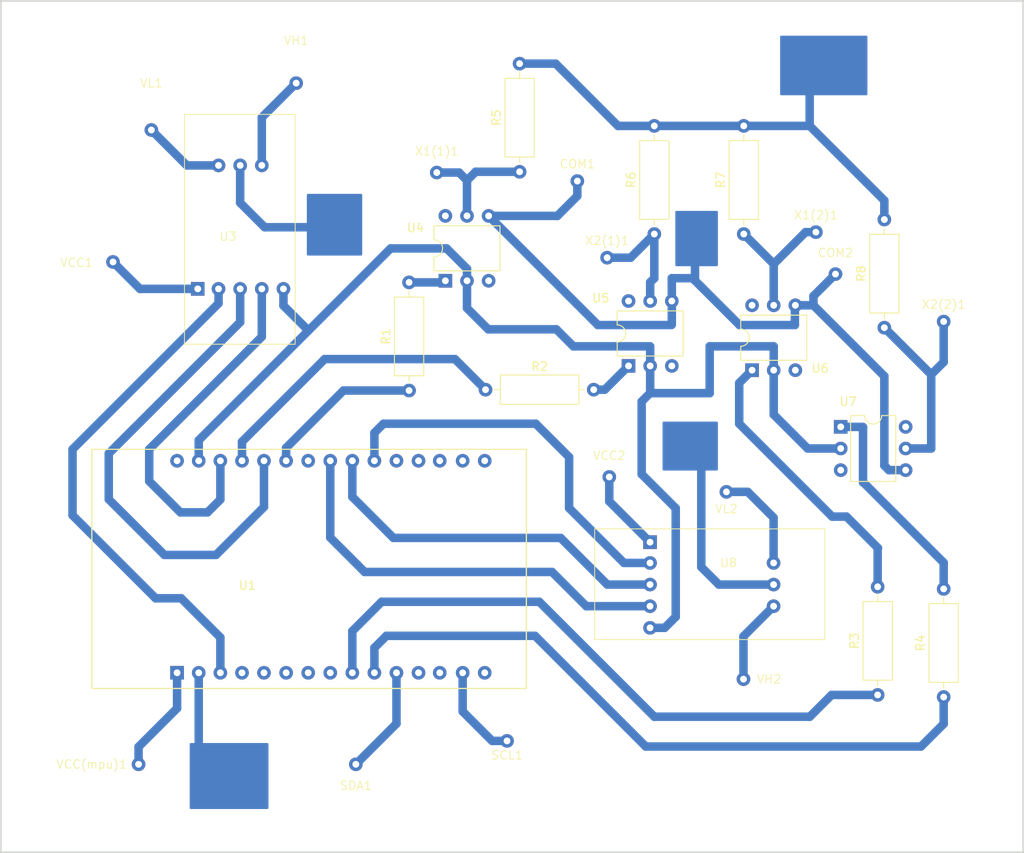
<source format=kicad_pcb>
(kicad_pcb (version 20240108) (generator "pcbnew") (generator_version "8.0")
  (layers (0 "F.Cu" signal) (31 "B.Cu" signal) (34 "B.Paste" user) (35 "F.Paste" user) (36 "B.SilkS" user "B.Silkscreen") (37 "F.SilkS" user "F.Silkscreen") (38 "B.Mask" user) (39 "F.Mask" user) (44 "Edge.Cuts" user))
  (net 0 "")
  (net 1 "Net-(U1-D27)")
  (net 2 "Net-(R1-Pad2)")
  (net 3 "Net-(U1-D12)")
  (net 4 "Net-(R2-Pad2)")
  (net 5 "Net-(R3-Pad2)")
  (net 6 "Net-(U1-D18)")
  (net 7 "Net-(R4-Pad2)")
  (net 8 "Net-(U1-D19)")
  (net 9 "Net-(U3-GND)")
  (net 16 "Net-(U1-D15)")
  (net 17 "Net-(U1-D25)")
  (net 18 "Net-(U1-D13)")
  (net 22 "Net-(U1-D33)")
  (net 24 "Net-(U1-D32)")
  (net 25 "Net-(U1-3V3)")
  (net 27 "Net-(U1-D14)")
  (net 40 "Net-(U3-VCC)")
  (net 41 "Net-(X1(1)1-X1_(1))")
  (net 42 "Net-(X2(1)1-X2_(1))")
  (net 43 "Net-(X1(2)1-X1_(2))")
  (net 44 "Net-(X2(2)1-X2_(2))")
  (net 45 "Net-(SCL1-SCL)")
  (net 46 "Net-(SDA1-SDA)")
  (net 47 "Net-(U3-VL{slash}RL)")
  (net 48 "Net-(U3-VH{slash}RH)")
  (net 49 "Net-(U8-VCC)")
  (net 50 "Net-(U8-VL{slash}RL)")
  (net 51 "Net-(U8-VH{slash}RH)")
  (net 52 "GND")
  (net 53 "+24V")
  (net 54 "GND3")
  (net 55 "GND1")
  (net 56 "GND2")
  (footprint "Resistor_THT:R_Axial_DIN0309_L9.0mm_D3.2mm_P12.70mm_Horizontal" (layer "F.Cu") (at 244.45 113.675 90)
    (property "Reference" "R4" (at 6.35 -2.72 90) (layer "F.SilkS"))
    (property "Value" "330")
    (fp_line (start 10.97 -1.72) (end 1.73 -1.72) (stroke (width 0.12)) (layer "F.SilkS"))
    (fp_line (start 1.73 -1.72) (end 1.73 1.72) (stroke (width 0.12)) (layer "F.SilkS"))
    (fp_line (start 11.66 0) (end 10.97 0) (stroke (width 0.12)) (layer "F.SilkS"))
    (fp_line (start 1.04 0) (end 1.73 0) (stroke (width 0.12)) (layer "F.SilkS"))
    (fp_line (start 10.97 1.72) (end 10.97 -1.72) (stroke (width 0.12)) (layer "F.SilkS"))
    (fp_line (start 1.73 1.72) (end 10.97 1.72) (stroke (width 0.12)) (layer "F.SilkS"))
    (pad "1" thru_hole circle (at 0 0 90) (size 1.6 1.6) (drill 0.8) (layers "*.Cu" "*.Mask") (net 8 "Net-(U1-D19)"))
    (pad "2" thru_hole oval (at 12.7 0 90) (size 1.6 1.6) (drill 0.8) (layers "*.Cu" "*.Mask") (net 7 "Net-(R4-Pad2)"))
  )
  (footprint "pines:VH1" (layer "F.Cu") (at 168.45 37.075)
    (property "Reference" "VH1" (at 0 -0.5 0) (layer "F.SilkS") (effects (font (thickness 0.1))))
    (property "Value" "~")
    (pad "1" thru_hole circle (at 0 4.5) (size 1.6 1.6) (drill 0.8) (layers "*.Cu" "*.Mask") (net 48 "Net-(U3-VH{slash}RH)"))
  )
  (footprint "pines:SDA" (layer "F.Cu") (at 175.45 120.075)
    (property "Reference" "SDA1" (at 0 4 0) (layer "F.SilkS") (effects (font (thickness 0.1))))
    (property "Value" "~")
    (pad "4" thru_hole circle (at 0 1.5) (size 1.6 1.6) (drill 0.8) (layers "*.Cu" "*.Mask") (net 46 "Net-(SDA1-SDA)"))
  )
  (footprint "pines:X1 (2)" (layer "F.Cu") (at 229.45 54.575)
    (property "Reference" "X1(2)1" (at 0 2.5 0) (layer "F.SilkS") (effects (font (thickness 0.1))))
    (property "Value" "~")
    (pad "2" thru_hole circle (at 0 4.5) (size 1.6 1.6) (drill 0.8) (layers "*.Cu" "*.Mask") (net 43 "Net-(X1(2)1-X1_(2))"))
  )
  (footprint "pines:COM2" (layer "F.Cu") (at 231.75 59)
    (property "Reference" "COM2" (at 0 2.5 0) (layer "F.SilkS") (effects (font (thickness 0.1))))
    (property "Value" "~")
    (pad "2" thru_hole circle (at 0 5) (size 1.6 1.6) (drill 0.8) (layers "*.Cu" "*.Mask") (net 52 "GND"))
  )
  (footprint "Resistor_THT:R_Axial_DIN0309_L9.0mm_D3.2mm_P12.70mm_Horizontal" (layer "F.Cu") (at 194.675 51.985 90)
    (property "Reference" "R5" (at 6.35 -2.72 90) (layer "F.SilkS"))
    (property "Value" "10K")
    (fp_line (start 10.97 -1.72) (end 1.73 -1.72) (stroke (width 0.12)) (layer "F.SilkS"))
    (fp_line (start 1.73 -1.72) (end 1.73 1.72) (stroke (width 0.12)) (layer "F.SilkS"))
    (fp_line (start 11.66 0) (end 10.97 0) (stroke (width 0.12)) (layer "F.SilkS"))
    (fp_line (start 1.04 0) (end 1.73 0) (stroke (width 0.12)) (layer "F.SilkS"))
    (fp_line (start 10.97 1.72) (end 10.97 -1.72) (stroke (width 0.12)) (layer "F.SilkS"))
    (fp_line (start 1.73 1.72) (end 10.97 1.72) (stroke (width 0.12)) (layer "F.SilkS"))
    (pad "1" thru_hole circle (at 0 0 90) (size 1.6 1.6) (drill 0.8) (layers "*.Cu" "*.Mask") (net 41 "Net-(X1(1)1-X1_(1))"))
    (pad "2" thru_hole oval (at 12.7 0 90) (size 1.6 1.6) (drill 0.8) (layers "*.Cu" "*.Mask") (net 53 "+24V"))
  )
  (footprint "Resistor_THT:R_Axial_DIN0309_L9.0mm_D3.2mm_P12.70mm_Horizontal" (layer "F.Cu") (at 237.485 70.295 90)
    (property "Reference" "R8" (at 6.35 -2.72 90) (layer "F.SilkS"))
    (property "Value" "10K")
    (fp_line (start 10.97 -1.72) (end 1.73 -1.72) (stroke (width 0.12)) (layer "F.SilkS"))
    (fp_line (start 1.73 -1.72) (end 1.73 1.72) (stroke (width 0.12)) (layer "F.SilkS"))
    (fp_line (start 11.66 0) (end 10.97 0) (stroke (width 0.12)) (layer "F.SilkS"))
    (fp_line (start 1.04 0) (end 1.73 0) (stroke (width 0.12)) (layer "F.SilkS"))
    (fp_line (start 10.97 1.72) (end 10.97 -1.72) (stroke (width 0.12)) (layer "F.SilkS"))
    (fp_line (start 1.73 1.72) (end 10.97 1.72) (stroke (width 0.12)) (layer "F.SilkS"))
    (pad "1" thru_hole circle (at 0 0 90) (size 1.6 1.6) (drill 0.8) (layers "*.Cu" "*.Mask") (net 44 "Net-(X2(2)1-X2_(2))"))
    (pad "2" thru_hole oval (at 12.7 0 90) (size 1.6 1.6) (drill 0.8) (layers "*.Cu" "*.Mask") (net 53 "+24V"))
  )
  (footprint "Resistor_THT:R_Axial_DIN0309_L9.0mm_D3.2mm_P12.70mm_Horizontal" (layer "F.Cu") (at 181.7 77.675 90)
    (property "Reference" "R1" (at 6.35 -2.72 90) (layer "F.SilkS"))
    (property "Value" "330")
    (fp_line (start 10.97 -1.72) (end 1.73 -1.72) (stroke (width 0.12)) (layer "F.SilkS"))
    (fp_line (start 1.73 -1.72) (end 1.73 1.72) (stroke (width 0.12)) (layer "F.SilkS"))
    (fp_line (start 11.66 0) (end 10.97 0) (stroke (width 0.12)) (layer "F.SilkS"))
    (fp_line (start 1.04 0) (end 1.73 0) (stroke (width 0.12)) (layer "F.SilkS"))
    (fp_line (start 10.97 1.72) (end 10.97 -1.72) (stroke (width 0.12)) (layer "F.SilkS"))
    (fp_line (start 1.73 1.72) (end 10.97 1.72) (stroke (width 0.12)) (layer "F.SilkS"))
    (pad "1" thru_hole circle (at 0 0 90) (size 1.6 1.6) (drill 0.8) (layers "*.Cu" "*.Mask") (net 1 "Net-(U1-D27)"))
    (pad "2" thru_hole oval (at 12.7 0 90) (size 1.6 1.6) (drill 0.8) (layers "*.Cu" "*.Mask") (net 2 "Net-(R1-Pad2)"))
  )
  (footprint "pines:VH2" (layer "F.Cu") (at 220.95 107.575)
    (property "Reference" "VH2" (at 3 4 0) (layer "F.SilkS") (effects (font (thickness 0.1))))
    (property "Value" "~")
    (pad "2" thru_hole circle (at 0 4) (size 1.6 1.6) (drill 0.8) (layers "*.Cu" "*.Mask") (net 51 "Net-(U8-VH{slash}RH)"))
  )
  (footprint "potenciometro x9c103s:Potenciometro X9C103S" (layer "F.Cu") (at 213.485 88.925)
    (property "Reference" "U8" (at 5.715 8.99 0) (layer "F.SilkS") (effects (font (thickness 0.1))))
    (property "Value" "X9C103S")
    (fp_rect (start -10 5) (end 17 18) (stroke (width 0.1)) (fill none) (layer "F.SilkS"))
    (pad "1" thru_hole rect (at -3.5 6.56) (size 1.6 1.6) (drill 0.8) (layers "*.Cu" "*.Mask") (net 49 "Net-(U8-VCC)"))
    (pad "2" thru_hole circle (at -3.5 9) (size 1.6 1.6) (drill 0.8) (layers "*.Cu" "*.Mask") (net 24 "Net-(U1-D32)"))
    (pad "3" thru_hole circle (at -3.5 11.54) (size 1.6 1.6) (drill 0.8) (layers "*.Cu" "*.Mask") (net 22 "Net-(U1-D33)"))
    (pad "4" thru_hole circle (at -3.5 14.08) (size 1.6 1.6) (drill 0.8) (layers "*.Cu" "*.Mask") (net 17 "Net-(U1-D25)"))
    (pad "5" thru_hole circle (at -3.5 16.62) (size 1.6 1.6) (drill 0.8) (layers "*.Cu" "*.Mask") (net 9 "Net-(U3-GND)"))
    (pad "6" thru_hole circle (at 11 9) (size 1.6 1.6) (drill 0.8) (layers "*.Cu" "*.Mask") (net 50 "Net-(U8-VL{slash}RL)"))
    (pad "7" thru_hole circle (at 11 11.54) (size 1.6 1.6) (drill 0.8) (layers "*.Cu" "*.Mask") (net 56 "GND2"))
    (pad "8" thru_hole circle (at 11 14.08) (size 1.6 1.6) (drill 0.8) (layers "*.Cu" "*.Mask") (net 51 "Net-(U8-VH{slash}RH)"))
  )
  (footprint "pines:VL1" (layer "F.Cu") (at 151.45 42.075)
    (property "Reference" "VL1" (at 0 -0.5 0) (layer "F.SilkS") (effects (font (thickness 0.1))))
    (property "Value" "~")
    (pad "1" thru_hole circle (at 0 5) (size 1.6 1.6) (drill 0.8) (layers "*.Cu" "*.Mask") (net 47 "Net-(U3-VL{slash}RL)"))
  )
  (footprint "Resistor_THT:R_Axial_DIN0309_L9.0mm_D3.2mm_P12.70mm_Horizontal" (layer "F.Cu") (at 190.675 77.575)
    (property "Reference" "R2" (at 6.35 -2.72 0) (layer "F.SilkS"))
    (property "Value" "330")
    (fp_line (start 1.04 0) (end 1.73 0) (stroke (width 0.12)) (layer "F.SilkS"))
    (fp_line (start 1.73 -1.72) (end 1.73 1.72) (stroke (width 0.12)) (layer "F.SilkS"))
    (fp_line (start 1.73 1.72) (end 10.97 1.72) (stroke (width 0.12)) (layer "F.SilkS"))
    (fp_line (start 10.97 -1.72) (end 1.73 -1.72) (stroke (width 0.12)) (layer "F.SilkS"))
    (fp_line (start 10.97 1.72) (end 10.97 -1.72) (stroke (width 0.12)) (layer "F.SilkS"))
    (fp_line (start 11.66 0) (end 10.97 0) (stroke (width 0.12)) (layer "F.SilkS"))
    (pad "1" thru_hole circle (at 0 0) (size 1.6 1.6) (drill 0.8) (layers "*.Cu" "*.Mask") (net 3 "Net-(U1-D12)"))
    (pad "2" thru_hole oval (at 12.7 0) (size 1.6 1.6) (drill 0.8) (layers "*.Cu" "*.Mask") (net 4 "Net-(R2-Pad2)"))
  )
  (footprint "Package_DIP:DIP-6_W7.62mm" (layer "F.Cu") (at 221.96 75.285 90)
    (property "Reference" "U6" (at 0.21 7.99 180) (layer "F.SilkS"))
    (property "Value" "4N25")
    (fp_line (start 6.46 -1.33) (end 4.81 -1.33) (stroke (width 0.12)) (layer "F.SilkS"))
    (fp_line (start 2.81 -1.33) (end 1.16 -1.33) (stroke (width 0.12)) (layer "F.SilkS"))
    (fp_line (start 1.16 -1.33) (end 1.16 6.41) (stroke (width 0.12)) (layer "F.SilkS"))
    (fp_line (start 6.46 6.41) (end 6.46 -1.33) (stroke (width 0.12)) (layer "F.SilkS"))
    (fp_line (start 1.16 6.41) (end 6.46 6.41) (stroke (width 0.12)) (layer "F.SilkS"))
    (fp_arc (start 4.81 -1.33) (mid 3.81 -0.33) (end 2.81 -1.33) (stroke (width 0.12)) (layer "F.SilkS"))
    (pad "1" thru_hole rect (at 0 0 90) (size 1.6 1.6) (drill 0.8) (layers "*.Cu" "*.Mask") (net 5 "Net-(R3-Pad2)"))
    (pad "2" thru_hole oval (at 0 2.54 90) (size 1.6 1.6) (drill 0.8) (layers "*.Cu" "*.Mask") (net 9 "Net-(U3-GND)"))
    (pad "3" thru_hole oval (at 0 5.08 90) (size 1.6 1.6) (drill 0.8) (layers "*.Cu" "*.Mask"))
    (pad "4" thru_hole oval (at 7.62 5.08 90) (size 1.6 1.6) (drill 0.8) (layers "*.Cu" "*.Mask") (net 52 "GND"))
    (pad "5" thru_hole oval (at 7.62 2.54 90) (size 1.6 1.6) (drill 0.8) (layers "*.Cu" "*.Mask") (net 43 "Net-(X1(2)1-X1_(2))"))
    (pad "6" thru_hole oval (at 7.62 0 90) (size 1.6 1.6) (drill 0.8) (layers "*.Cu" "*.Mask"))
  )
  (footprint "pines:X2 (1)" (layer "F.Cu") (at 204.95 57.575)
    (property "Reference" "X2(1)1" (at 0 2.5 0) (layer "F.SilkS") (effects (font (thickness 0.1))))
    (property "Value" "~")
    (pad "1" thru_hole circle (at 0 4.5) (size 1.6 1.6) (drill 0.8) (layers "*.Cu" "*.Mask") (net 42 "Net-(X2(1)1-X2_(1))"))
  )
  (footprint "pines:COM1" (layer "F.Cu") (at 201.45 48.575)
    (property "Reference" "COM1" (at 0 2.5 0) (layer "F.SilkS") (effects (font (thickness 0.1))))
    (property "Value" "~")
    (pad "1" thru_hole circle (at 0 4.5) (size 1.6 1.6) (drill 0.8) (layers "*.Cu" "*.Mask") (net 52 "GND"))
  )
  (footprint "Resistor_THT:R_Axial_DIN0309_L9.0mm_D3.2mm_P12.70mm_Horizontal" (layer "F.Cu") (at 210.485 59.295 90)
    (property "Reference" "R6" (at 6.35 -2.72 90) (layer "F.SilkS"))
    (property "Value" "10K")
    (fp_line (start 10.97 -1.72) (end 1.73 -1.72) (stroke (width 0.12)) (layer "F.SilkS"))
    (fp_line (start 1.73 -1.72) (end 1.73 1.72) (stroke (width 0.12)) (layer "F.SilkS"))
    (fp_line (start 11.66 0) (end 10.97 0) (stroke (width 0.12)) (layer "F.SilkS"))
    (fp_line (start 1.04 0) (end 1.73 0) (stroke (width 0.12)) (layer "F.SilkS"))
    (fp_line (start 10.97 1.72) (end 10.97 -1.72) (stroke (width 0.12)) (layer "F.SilkS"))
    (fp_line (start 1.73 1.72) (end 10.97 1.72) (stroke (width 0.12)) (layer "F.SilkS"))
    (pad "1" thru_hole circle (at 0 0 90) (size 1.6 1.6) (drill 0.8) (layers "*.Cu" "*.Mask") (net 42 "Net-(X2(1)1-X2_(1))"))
    (pad "2" thru_hole oval (at 12.7 0 90) (size 1.6 1.6) (drill 0.8) (layers "*.Cu" "*.Mask") (net 53 "+24V"))
  )
  (footprint "Package_DIP:DIP-6_W7.62mm" (layer "F.Cu") (at 232.365 81.945)
    (property "Reference" "U7" (at 0.87 -2.96 0) (layer "F.SilkS"))
    (property "Value" "4N25")
    (fp_line (start 1.16 -1.33) (end 1.16 6.41) (stroke (width 0.12)) (layer "F.SilkS"))
    (fp_line (start 1.16 6.41) (end 6.46 6.41) (stroke (width 0.12)) (layer "F.SilkS"))
    (fp_line (start 2.81 -1.33) (end 1.16 -1.33) (stroke (width 0.12)) (layer "F.SilkS"))
    (fp_line (start 6.46 -1.33) (end 4.81 -1.33) (stroke (width 0.12)) (layer "F.SilkS"))
    (fp_line (start 6.46 6.41) (end 6.46 -1.33) (stroke (width 0.12)) (layer "F.SilkS"))
    (fp_arc (start 4.81 -1.33) (mid 3.81 -0.33) (end 2.81 -1.33) (stroke (width 0.12)) (layer "F.SilkS"))
    (pad "1" thru_hole rect (at 0 0) (size 1.6 1.6) (drill 0.8) (layers "*.Cu" "*.Mask") (net 7 "Net-(R4-Pad2)"))
    (pad "2" thru_hole oval (at 0 2.54) (size 1.6 1.6) (drill 0.8) (layers "*.Cu" "*.Mask") (net 9 "Net-(U3-GND)"))
    (pad "3" thru_hole oval (at 0 5.08) (size 1.6 1.6) (drill 0.8) (layers "*.Cu" "*.Mask"))
    (pad "4" thru_hole oval (at 7.62 5.08) (size 1.6 1.6) (drill 0.8) (layers "*.Cu" "*.Mask") (net 52 "GND"))
    (pad "5" thru_hole oval (at 7.62 2.54) (size 1.6 1.6) (drill 0.8) (layers "*.Cu" "*.Mask") (net 44 "Net-(X2(2)1-X2_(2))"))
    (pad "6" thru_hole oval (at 7.62 0) (size 1.6 1.6) (drill 0.8) (layers "*.Cu" "*.Mask"))
  )
  (footprint "potenciometro x9c103s:Potenciometro X9C103S" (layer "F.Cu") (at 150.335 62.235 90)
    (property "Reference" "U3" (at 2.66 10.115 0) (layer "F.SilkS") (effects (font (thickness 0.1))))
    (property "Value" "X9C103S")
    (fp_rect (start -10 5) (end 17 18) (stroke (width 0.1)) (fill none) (layer "F.SilkS"))
    (pad "1" thru_hole rect (at -3.5 6.56 90) (size 1.6 1.6) (drill 0.8) (layers "*.Cu" "*.Mask") (net 40 "Net-(U3-VCC)"))
    (pad "2" thru_hole circle (at -3.5 9 90) (size 1.6 1.6) (drill 0.8) (layers "*.Cu" "*.Mask") (net 16 "Net-(U1-D15)"))
    (pad "3" thru_hole circle (at -3.5 11.54 90) (size 1.6 1.6) (drill 0.8) (layers "*.Cu" "*.Mask") (net 27 "Net-(U1-D14)"))
    (pad "4" thru_hole circle (at -3.5 14.08 90) (size 1.6 1.6) (drill 0.8) (layers "*.Cu" "*.Mask") (net 18 "Net-(U1-D13)"))
    (pad "5" thru_hole circle (at -3.5 16.62 90) (size 1.6 1.6) (drill 0.8) (layers "*.Cu" "*.Mask") (net 9 "Net-(U3-GND)"))
    (pad "6" thru_hole circle (at 11 9 90) (size 1.6 1.6) (drill 0.8) (layers "*.Cu" "*.Mask") (net 47 "Net-(U3-VL{slash}RL)"))
    (pad "7" thru_hole circle (at 11 11.54 90) (size 1.6 1.6) (drill 0.8) (layers "*.Cu" "*.Mask") (net 55 "GND1"))
    (pad "8" thru_hole circle (at 11 14.08 90) (size 1.6 1.6) (drill 0.8) (layers "*.Cu" "*.Mask") (net 48 "Net-(U3-VH{slash}RH)"))
  )
  (footprint "pines:X1 (1)" (layer "F.Cu") (at 184.95 47.075)
    (property "Reference" "X1(1)1" (at 0 2.5 0) (layer "F.SilkS") (effects (font (thickness 0.1))))
    (property "Value" "~")
    (pad "1" thru_hole circle (at 0 5) (size 1.6 1.6) (drill 0.8) (layers "*.Cu" "*.Mask") (net 41 "Net-(X1(1)1-X1_(1))"))
  )
  (footprint "pines:SCL" (layer "F.Cu") (at 193.2 116.825)
    (property "Reference" "SCL1" (at 0 3.675 0) (layer "F.SilkS") (effects (font (thickness 0.1))))
    (property "Value" "~")
    (pad "3" thru_hole circle (at 0 2) (size 1.6 1.6) (drill 0.8) (layers "*.Cu" "*.Mask") (net 45 "Net-(SCL1-SCL)"))
  )
  (footprint "Resistor_THT:R_Axial_DIN0309_L9.0mm_D3.2mm_P12.70mm_Horizontal" (layer "F.Cu") (at 220.985 59.295 90)
    (property "Reference" "R7" (at 6.35 -2.72 90) (layer "F.SilkS"))
    (property "Value" "10K")
    (fp_line (start 10.97 -1.72) (end 1.73 -1.72) (stroke (width 0.12)) (layer "F.SilkS"))
    (fp_line (start 1.73 -1.72) (end 1.73 1.72) (stroke (width 0.12)) (layer "F.SilkS"))
    (fp_line (start 11.66 0) (end 10.97 0) (stroke (width 0.12)) (layer "F.SilkS"))
    (fp_line (start 1.04 0) (end 1.73 0) (stroke (width 0.12)) (layer "F.SilkS"))
    (fp_line (start 10.97 1.72) (end 10.97 -1.72) (stroke (width 0.12)) (layer "F.SilkS"))
    (fp_line (start 1.73 1.72) (end 10.97 1.72) (stroke (width 0.12)) (layer "F.SilkS"))
    (pad "1" thru_hole circle (at 0 0 90) (size 1.6 1.6) (drill 0.8) (layers "*.Cu" "*.Mask") (net 43 "Net-(X1(2)1-X1_(2))"))
    (pad "2" thru_hole oval (at 12.7 0 90) (size 1.6 1.6) (drill 0.8) (layers "*.Cu" "*.Mask") (net 53 "+24V"))
  )
  (footprint "ESP32-DEVKIT-V1:MODULE_ESP32_DEVKIT_V1" (layer "F.Cu") (at 165.97 98.575 90)
    (property "Reference" "U1" (at -2 -3.25 0) (layer "F.SilkS"))
    (property "Value" "ESP32-DEVKIT-V1")
    (fp_line (start 14 -21.5) (end 14 29.5) (stroke (width 0.127)) (layer "F.SilkS"))
    (fp_line (start 14 -21.5) (end 14 29.5) (stroke (width 0.127)) (layer "F.SilkS"))
    (fp_line (start 3.5 -21.5) (end 14 -21.5) (stroke (width 0.127)) (layer "F.SilkS"))
    (fp_line (start -3.5 -21.5) (end 3.5 -21.5) (stroke (width 0.127)) (layer "F.SilkS"))
    (fp_line (start -14 -21.5) (end 14 -21.5) (stroke (width 0.127)) (layer "F.SilkS"))
    (fp_line (start -14 -21.5) (end -3.5 -21.5) (stroke (width 0.127)) (layer "F.SilkS"))
    (fp_line (start 13.905 29.5) (end -14.095 29.5) (stroke (width 0.127)) (layer "F.SilkS"))
    (fp_line (start 9 29.5) (end 14 29.5) (stroke (width 0.127)) (layer "F.SilkS"))
    (fp_line (start -9 29.5) (end 9 29.5) (stroke (width 0.127)) (layer "F.SilkS"))
    (fp_line (start -14 29.5) (end -9 29.5) (stroke (width 0.127)) (layer "F.SilkS"))
    (fp_line (start -14.095 29.5) (end -14.095 -21.5) (stroke (width 0.127)) (layer "F.SilkS"))
    (fp_line (start -14.095 29.5) (end -14.095 -21.5) (stroke (width 0.127)) (layer "F.SilkS"))
    (pad "1" thru_hole rect (at -12.25 -11.5 90) (size 1.6 1.6) (drill 0.8) (layers "*.Cu" "*.Mask") (net 25 "Net-(U1-3V3)"))
    (pad "2" thru_hole circle (at -12.25 -8.96 90) (size 1.6 1.6) (drill 0.8) (layers "*.Cu" "*.Mask") (net 54 "GND3"))
    (pad "3" thru_hole circle (at -12.25 -6.42 90) (size 1.6 1.6) (drill 0.8) (layers "*.Cu" "*.Mask") (net 16 "Net-(U1-D15)"))
    (pad "4" thru_hole circle (at -12.25 -3.88 90) (size 1.6 1.6) (drill 0.8) (layers "*.Cu" "*.Mask"))
    (pad "5" thru_hole circle (at -12.25 -1.3 90) (size 1.6 1.6) (drill 0.8) (layers "*.Cu" "*.Mask"))
    (pad "6" thru_hole circle (at -12.25 1.3 90) (size 1.6 1.6) (drill 0.8) (layers "*.Cu" "*.Mask"))
    (pad "7" thru_hole circle (at -12.25 3.89 90) (size 1.6 1.6) (drill 0.8) (layers "*.Cu" "*.Mask"))
    (pad "8" thru_hole circle (at -12.25 6.48 90) (size 1.6 1.6) (drill 0.8) (layers "*.Cu" "*.Mask"))
    (pad "9" thru_hole circle (at -12.25 9.07 90) (size 1.6 1.6) (drill 0.8) (layers "*.Cu" "*.Mask") (net 6 "Net-(U1-D18)"))
    (pad "10" thru_hole circle (at -12.25 11.66 90) (size 1.6 1.6) (drill 0.8) (layers "*.Cu" "*.Mask") (net 8 "Net-(U1-D19)"))
    (pad "11" thru_hole circle (at -12.25 14.25 90) (size 1.6 1.6) (drill 0.8) (layers "*.Cu" "*.Mask") (net 46 "Net-(SDA1-SDA)"))
    (pad "12" thru_hole circle (at -12.25 16.84 90) (size 1.6 1.6) (drill 0.8) (layers "*.Cu" "*.Mask"))
    (pad "13" thru_hole circle (at -12.25 19.33 90) (size 1.6 1.6) (drill 0.8) (layers "*.Cu" "*.Mask"))
    (pad "14" thru_hole circle (at -12.25 22.02 90) (size 1.6 1.6) (drill 0.8) (layers "*.Cu" "*.Mask") (net 45 "Net-(SCL1-SCL)"))
    (pad "15" thru_hole circle (at -12.25 24.61 90) (size 1.6 1.6) (drill 0.8) (layers "*.Cu" "*.Mask"))
    (pad "16" thru_hole circle (at 12.65 24.61 90) (size 1.6 1.6) (drill 0.8) (layers "*.Cu" "*.Mask"))
    (pad "17" thru_hole circle (at 12.65 22.02 90) (size 1.6 1.6) (drill 0.8) (layers "*.Cu" "*.Mask"))
    (pad "18" thru_hole circle (at 12.65 19.33 90) (size 1.6 1.6) (drill 0.8) (layers "*.Cu" "*.Mask"))
    (pad "19" thru_hole circle (at 12.65 16.84 90) (size 1.6 1.6) (drill 0.8) (layers "*.Cu" "*.Mask"))
    (pad "20" thru_hole circle (at 12.65 14.25 90) (size 1.6 1.6) (drill 0.8) (layers "*.Cu" "*.Mask"))
    (pad "21" thru_hole circle (at 12.65 11.66 90) (size 1.6 1.6) (drill 0.8) (layers "*.Cu" "*.Mask") (net 24 "Net-(U1-D32)"))
    (pad "22" thru_hole circle (at 12.65 9.07 90) (size 1.6 1.6) (drill 0.8) (layers "*.Cu" "*.Mask") (net 22 "Net-(U1-D33)"))
    (pad "23" thru_hole circle (at 12.65 6.48 90) (size 1.6 1.6) (drill 0.8) (layers "*.Cu" "*.Mask") (net 17 "Net-(U1-D25)"))
    (pad "24" thru_hole circle (at 12.65 3.89 90) (size 1.6 1.6) (drill 0.8) (layers "*.Cu" "*.Mask"))
    (pad "25" thru_hole circle (at 12.65 1.3 90) (size 1.6 1.6) (drill 0.8) (layers "*.Cu" "*.Mask") (net 1 "Net-(U1-D27)"))
    (pad "26" thru_hole circle (at 12.65 -1.3 90) (size 1.6 1.6) (drill 0.8) (layers "*.Cu" "*.Mask") (net 27 "Net-(U1-D14)"))
    (pad "27" thru_hole circle (at 12.65 -3.88 90) (size 1.6 1.6) (drill 0.8) (layers "*.Cu" "*.Mask") (net 3 "Net-(U1-D12)"))
    (pad "28" thru_hole circle (at 12.65 -6.42 90) (size 1.6 1.6) (drill 0.8) (layers "*.Cu" "*.Mask") (net 18 "Net-(U1-D13)"))
    (pad "29" thru_hole circle (at 12.65 -8.96 90) (size 1.6 1.6) (drill 0.8) (layers "*.Cu" "*.Mask") (net 9 "Net-(U3-GND)"))
    (pad "30" thru_hole circle (at 12.65 -11.5 90) (size 1.6 1.6) (drill 0.8) (layers "*.Cu" "*.Mask"))
  )
  (footprint "Resistor_THT:R_Axial_DIN0309_L9.0mm_D3.2mm_P12.70mm_Horizontal" (layer "F.Cu") (at 236.7 113.425 90)
    (property "Reference" "R3" (at 6.35 -2.72 90) (layer "F.SilkS"))
    (property "Value" "330")
    (fp_line (start 10.97 -1.72) (end 1.73 -1.72) (stroke (width 0.12)) (layer "F.SilkS"))
    (fp_line (start 1.73 -1.72) (end 1.73 1.72) (stroke (width 0.12)) (layer "F.SilkS"))
    (fp_line (start 11.66 0) (end 10.97 0) (stroke (width 0.12)) (layer "F.SilkS"))
    (fp_line (start 1.04 0) (end 1.73 0) (stroke (width 0.12)) (layer "F.SilkS"))
    (fp_line (start 10.97 1.72) (end 10.97 -1.72) (stroke (width 0.12)) (layer "F.SilkS"))
    (fp_line (start 1.73 1.72) (end 10.97 1.72) (stroke (width 0.12)) (layer "F.SilkS"))
    (pad "1" thru_hole circle (at 0 0 90) (size 1.6 1.6) (drill 0.8) (layers "*.Cu" "*.Mask") (net 6 "Net-(U1-D18)"))
    (pad "2" thru_hole oval (at 12.7 0 90) (size 1.6 1.6) (drill 0.8) (layers "*.Cu" "*.Mask") (net 5 "Net-(R3-Pad2)"))
  )
  (footprint "Package_DIP:DIP-6_W7.62mm" (layer "F.Cu") (at 185.96 64.785 90)
    (property "Reference" "U4" (at 6.21 -3.51 180) (layer "F.SilkS"))
    (property "Value" "4N25")
    (fp_line (start 6.46 -1.33) (end 4.81 -1.33) (stroke (width 0.12)) (layer "F.SilkS"))
    (fp_line (start 2.81 -1.33) (end 1.16 -1.33) (stroke (width 0.12)) (layer "F.SilkS"))
    (fp_line (start 1.16 -1.33) (end 1.16 6.41) (stroke (width 0.12)) (layer "F.SilkS"))
    (fp_line (start 6.46 6.41) (end 6.46 -1.33) (stroke (width 0.12)) (layer "F.SilkS"))
    (fp_line (start 1.16 6.41) (end 6.46 6.41) (stroke (width 0.12)) (layer "F.SilkS"))
    (fp_arc (start 4.81 -1.33) (mid 3.81 -0.33) (end 2.81 -1.33) (stroke (width 0.12)) (layer "F.SilkS"))
    (pad "1" thru_hole rect (at 0 0 90) (size 1.6 1.6) (drill 0.8) (layers "*.Cu" "*.Mask") (net 2 "Net-(R1-Pad2)"))
    (pad "2" thru_hole oval (at 0 2.54 90) (size 1.6 1.6) (drill 0.8) (layers "*.Cu" "*.Mask") (net 9 "Net-(U3-GND)"))
    (pad "3" thru_hole oval (at 0 5.08 90) (size 1.6 1.6) (drill 0.8) (layers "*.Cu" "*.Mask"))
    (pad "4" thru_hole oval (at 7.62 5.08 90) (size 1.6 1.6) (drill 0.8) (layers "*.Cu" "*.Mask") (net 52 "GND"))
    (pad "5" thru_hole oval (at 7.62 2.54 90) (size 1.6 1.6) (drill 0.8) (layers "*.Cu" "*.Mask") (net 41 "Net-(X1(1)1-X1_(1))"))
    (pad "6" thru_hole oval (at 7.62 0 90) (size 1.6 1.6) (drill 0.8) (layers "*.Cu" "*.Mask"))
  )
  (footprint "pines:VCC2" (layer "F.Cu") (at 205.2 82.825)
    (property "Reference" "VCC2" (at 0 2.5 0) (layer "F.SilkS") (effects (font (thickness 0.1))))
    (property "Value" "~")
    (pad "2" thru_hole circle (at 0 5) (size 1.6 1.6) (drill 0.8) (layers "*.Cu" "*.Mask") (net 49 "Net-(U8-VCC)"))
  )
  (footprint "Package_DIP:DIP-6_W7.62mm" (layer "F.Cu") (at 207.46 74.785 90)
    (property "Reference" "U5" (at 7.96 -3.26 180) (layer "F.SilkS"))
    (property "Value" "4N25")
    (fp_line (start 6.46 -1.33) (end 4.81 -1.33) (stroke (width 0.12)) (layer "F.SilkS"))
    (fp_line (start 2.81 -1.33) (end 1.16 -1.33) (stroke (width 0.12)) (layer "F.SilkS"))
    (fp_line (start 1.16 -1.33) (end 1.16 6.41) (stroke (width 0.12)) (layer "F.SilkS"))
    (fp_line (start 6.46 6.41) (end 6.46 -1.33) (stroke (width 0.12)) (layer "F.SilkS"))
    (fp_line (start 1.16 6.41) (end 6.46 6.41) (stroke (width 0.12)) (layer "F.SilkS"))
    (fp_arc (start 4.81 -1.33) (mid 3.81 -0.33) (end 2.81 -1.33) (stroke (width 0.12)) (layer "F.SilkS"))
    (pad "1" thru_hole rect (at 0 0 90) (size 1.6 1.6) (drill 0.8) (layers "*.Cu" "*.Mask") (net 4 "Net-(R2-Pad2)"))
    (pad "2" thru_hole oval (at 0 2.54 90) (size 1.6 1.6) (drill 0.8) (layers "*.Cu" "*.Mask") (net 9 "Net-(U3-GND)"))
    (pad "3" thru_hole oval (at 0 5.08 90) (size 1.6 1.6) (drill 0.8) (layers "*.Cu" "*.Mask"))
    (pad "4" thru_hole oval (at 7.62 5.08 90) (size 1.6 1.6) (drill 0.8) (layers "*.Cu" "*.Mask") (net 52 "GND"))
    (pad "5" thru_hole oval (at 7.62 2.54 90) (size 1.6 1.6) (drill 0.8) (layers "*.Cu" "*.Mask") (net 42 "Net-(X2(1)1-X2_(1))"))
    (pad "6" thru_hole oval (at 7.62 0 90) (size 1.6 1.6) (drill 0.8) (layers "*.Cu" "*.Mask"))
  )
  (footprint "pines:X2 (2)" (layer "F.Cu") (at 244.45 65.075)
    (property "Reference" "X2(2)1" (at 0 2.5 0) (layer "F.SilkS") (effects (font (thickness 0.1))))
    (property "Value" "~")
    (pad "2" thru_hole circle (at 0 4.5) (size 1.6 1.6) (drill 0.8) (layers "*.Cu" "*.Mask") (net 44 "Net-(X2(2)1-X2_(2))"))
  )
  (footprint "pines:VCC1" (layer "F.Cu") (at 146.95 57.575)
    (property "Reference" "VCC1" (at -4.285 5.09 0) (layer "F.SilkS") (effects (font (thickness 0.1))))
    (property "Value" "~")
    (pad "1" thru_hole circle (at 0 5) (size 1.6 1.6) (drill 0.8) (layers "*.Cu" "*.Mask") (net 40 "Net-(U3-VCC)"))
  )
  (footprint "pines:VCC (mpu)" (layer "F.Cu") (at 149.95 117.075)
    (property "Reference" "VCC(mpu)1" (at -5.5 4.5 0) (layer "F.SilkS") (effects (font (thickness 0.1))))
    (property "Value" "~")
    (pad "1" thru_hole circle (at 0 4.5) (size 1.6 1.6) (drill 0.8) (layers "*.Cu" "*.Mask") (net 25 "Net-(U1-3V3)"))
  )
  (footprint "pines:VL2" (layer "F.Cu") (at 218.95 85.075)
    (property "Reference" "VL2" (at 0 6.5 0) (layer "F.SilkS") (effects (font (thickness 0.1))))
    (property "Value" "~")
    (pad "2" thru_hole circle (at 0 4.5) (size 1.6 1.6) (drill 0.8) (layers "*.Cu" "*.Mask") (net 50 "Net-(U8-VL{slash}RL)"))
  )
  (gr_line (start 133.785 131.91) (end 133.785 31.91) (stroke (width 0.2)) (layer "Edge.Cuts"))
  (gr_line (start 253.785 31.91) (end 253.785 131.91) (stroke (width 0.2)) (layer "Edge.Cuts"))
  (gr_line (start 253.785 131.91) (end 133.785 131.91) (stroke (width 0.2)) (layer "Edge.Cuts"))
  (gr_line (start 253.785 31.91) (end 133.785 31.91) (stroke (width 0.2)) (layer "Edge.Cuts"))
  (segment (start 167.27 84.405) (end 174 77.675) (width 1) (layer "B.Cu") (net 1))
  (segment (start 167.27 84.405) (end 167.27 85.925) (width 1) (layer "B.Cu") (net 1))
  (segment (start 174 77.675) (end 181.7 77.675) (width 1) (layer "B.Cu") (net 1))
  (segment (start 181.7 64.975) (end 185.77 64.975) (width 1) (layer "B.Cu") (net 2))
  (segment (start 185.77 64.975) (end 185.96 64.785) (width 1) (layer "B.Cu") (net 2))
  (segment (start 162.05 85.785) (end 161.985 85.85) (width 1) (layer "B.Cu") (net 3))
  (segment (start 190.675 77.575) (end 187.085 73.985) (width 1) (layer "B.Cu") (net 3))
  (segment (start 187.085 73.985) (end 171.79 73.985) (width 1) (layer "B.Cu") (net 3))
  (segment (start 162.09 83.685) (end 162.09 85.925) (width 1) (layer "B.Cu") (net 3))
  (segment (start 171.79 73.985) (end 162.09 83.685) (width 1) (layer "B.Cu") (net 3))
  (segment (start 204.67 77.575) (end 207.46 74.785) (width 1) (layer "B.Cu") (net 4))
  (segment (start 203.375 77.575) (end 204.67 77.575) (width 1) (layer "B.Cu") (net 4))
  (segment (start 221.96 75.285) (end 220.45 76.795) (width 1) (layer "B.Cu") (net 5))
  (segment (start 231.36 92.485) (end 233.045 92.485) (width 1) (layer "B.Cu") (net 5))
  (segment (start 220.45 76.795) (end 220.45 81.575) (width 1) (layer "B.Cu") (net 5))
  (segment (start 233.045 92.485) (end 236.735 96.175) (width 1) (layer "B.Cu") (net 5))
  (segment (start 236.735 96.175) (end 236.7 96.21) (width 1) (layer "B.Cu") (net 5))
  (segment (start 220.45 81.575) (end 231.36 92.485) (width 1) (layer "B.Cu") (net 5))
  (segment (start 236.7 96.21) (end 236.7 100.725) (width 1) (layer "B.Cu") (net 5))
  (segment (start 228.735 115.985) (end 210.485 115.985) (width 1) (layer "B.Cu") (net 6))
  (segment (start 175.04 105.93) (end 175.04 110.825) (width 1) (layer "B.Cu") (net 6))
  (segment (start 196.985 102.485) (end 178.485 102.485) (width 1) (layer "B.Cu") (net 6))
  (segment (start 231.295 113.425) (end 228.735 115.985) (width 1) (layer "B.Cu") (net 6))
  (segment (start 210.485 115.985) (end 196.985 102.485) (width 1) (layer "B.Cu") (net 6))
  (segment (start 178.485 102.485) (end 175.04 105.93) (width 1) (layer "B.Cu") (net 6))
  (segment (start 236.7 113.425) (end 231.295 113.425) (width 1) (layer "B.Cu") (net 6))
  (segment (start 234.945 81.945) (end 232.365 81.945) (width 1) (layer "B.Cu") (net 7))
  (segment (start 234.985 81.985) (end 234.945 81.945) (width 1) (layer "B.Cu") (net 7))
  (segment (start 235.045 88.485) (end 244.45 97.89) (width 1) (layer "B.Cu") (net 7))
  (segment (start 234.985 88.485) (end 234.985 81.985) (width 1) (layer "B.Cu") (net 7))
  (segment (start 244.45 97.89) (end 244.45 100.975) (width 1) (layer "B.Cu") (net 7))
  (segment (start 235.045 88.485) (end 234.985 88.485) (width 0.2) (layer "B.Cu") (net 7))
  (segment (start 244.45 113.675) (end 244.45 116.825) (width 1) (layer "B.Cu") (net 8))
  (segment (start 177.63 107.895) (end 177.63 110.825) (width 1) (layer "B.Cu") (net 8))
  (segment (start 179.04 106.485) (end 177.63 107.895) (width 1) (layer "B.Cu") (net 8))
  (segment (start 209.485 119.485) (end 196.485 106.485) (width 1) (layer "B.Cu") (net 8))
  (segment (start 241.79 119.485) (end 209.485 119.485) (width 1) (layer "B.Cu") (net 8))
  (segment (start 244.45 116.825) (end 241.79 119.485) (width 1) (layer "B.Cu") (net 8))
  (segment (start 196.485 106.485) (end 179.04 106.485) (width 1) (layer "B.Cu") (net 8))
  (segment (start 169.8875 70.6375) (end 157.01 83.515) (width 1) (layer "B.Cu") (net 9))
  (segment (start 188.5 64.785) (end 188.5 63.375) (width 1) (layer "B.Cu") (net 9))
  (segment (start 213 91.5) (end 213 104.25) (width 1) (layer "B.Cu") (net 9))
  (segment (start 211.705 105.545) (end 209.985 105.545) (width 1) (layer "B.Cu") (net 9))
  (segment (start 169.8875 70.6375) (end 166.955 67.705) (width 1) (layer "B.Cu") (net 9))
  (segment (start 224.5 72.5) (end 224.5 75.285) (width 1) (layer "B.Cu") (net 9))
  (segment (start 188.5 64.785) (end 188.5 68) (width 1) (layer "B.Cu") (net 9))
  (segment (start 224.5 80.5) (end 224.5 75.285) (width 1) (layer "B.Cu") (net 9))
  (segment (start 179.54 60.985) (end 169.8875 70.6375) (width 1) (layer "B.Cu") (net 9))
  (segment (start 224.485 72.485) (end 224.5 72.5) (width 1) (layer "B.Cu") (net 9))
  (segment (start 210 77.97) (end 209.985 77.985) (width 1) (layer "B.Cu") (net 9))
  (segment (start 157.01 83.515) (end 157.01 85.925) (width 1) (layer "B.Cu") (net 9))
  (segment (start 209.985 77.985) (end 209 78.97) (width 1) (layer "B.Cu") (net 9))
  (segment (start 232.365 84.485) (end 228.485 84.485) (width 1) (layer "B.Cu") (net 9))
  (segment (start 186.11 60.985) (end 179.54 60.985) (width 1) (layer "B.Cu") (net 9))
  (segment (start 216.985 72.485) (end 224.485 72.485) (width 1) (layer "B.Cu") (net 9))
  (segment (start 209.985 72.485) (end 200.985 72.485) (width 1) (layer "B.Cu") (net 9))
  (segment (start 213 104.25) (end 211.705 105.545) (width 1) (layer "B.Cu") (net 9))
  (segment (start 210 74.785) (end 210 72.5) (width 1) (layer "B.Cu") (net 9))
  (segment (start 190.985 70.485) (end 198.985 70.485) (width 1) (layer "B.Cu") (net 9))
  (segment (start 200.985 72.485) (end 198.985 70.485) (width 1) (layer "B.Cu") (net 9))
  (segment (start 216.985 77.985) (end 216.985 72.485) (width 1) (layer "B.Cu") (net 9))
  (segment (start 209 78.97) (end 209 87.5) (width 1) (layer "B.Cu") (net 9))
  (segment (start 209 87.5) (end 213 91.5) (width 1) (layer "B.Cu") (net 9))
  (segment (start 166.955 67.705) (end 166.955 65.735) (width 1) (layer "B.Cu") (net 9))
  (segment (start 210 72.5) (end 209.985 72.485) (width 0.2) (layer "B.Cu") (net 9))
  (segment (start 209.985 77.985) (end 216.985 77.985) (width 1) (layer "B.Cu") (net 9))
  (segment (start 188.5 63.375) (end 186.11 60.985) (width 1) (layer "B.Cu") (net 9))
  (segment (start 210 74.785) (end 210 77.97) (width 1) (layer "B.Cu") (net 9))
  (segment (start 228.485 84.485) (end 224.5 80.5) (width 1) (layer "B.Cu") (net 9))
  (segment (start 188.5 68) (end 190.985 70.485) (width 1) (layer "B.Cu") (net 9))
  (segment (start 159.55 106.675) (end 159.55 110.825) (width 1) (layer "B.Cu") (net 16))
  (segment (start 159.335 67.44) (end 159.335 65.735) (width 1) (layer "B.Cu") (net 16))
  (segment (start 142.2 84.575) (end 159.335 67.44) (width 1) (layer "B.Cu") (net 16))
  (segment (start 154.95 102.075) (end 151.95 102.075) (width 1) (layer "B.Cu") (net 16))
  (segment (start 142.2 92.325) (end 142.2 84.575) (width 1) (layer "B.Cu") (net 16))
  (segment (start 159.55 106.675) (end 154.95 102.075) (width 1) (layer "B.Cu") (net 16))
  (segment (start 151.95 102.075) (end 142.2 92.325) (width 1) (layer "B.Cu") (net 16))
  (segment (start 198.485 98.985) (end 176.485 98.985) (width 1) (layer "B.Cu") (net 17))
  (segment (start 202.505 103.005) (end 209.985 103.005) (width 1) (layer "B.Cu") (net 17))
  (segment (start 176.485 98.985) (end 172.45 94.95) (width 1) (layer "B.Cu") (net 17))
  (segment (start 172.45 94.95) (end 172.45 85.925) (width 1) (layer "B.Cu") (net 17))
  (segment (start 202.505 103.005) (end 198.485 98.985) (width 1) (layer "B.Cu") (net 17))
  (segment (start 159.55 90.475) (end 159.55 85.925) (width 1) (layer "B.Cu") (net 18))
  (segment (start 164.415 71.36) (end 164.415 65.735) (width 1) (layer "B.Cu") (net 18))
  (segment (start 151.2 84.575) (end 164.415 71.36) (width 1) (layer "B.Cu") (net 18))
  (segment (start 158.04 91.985) (end 154.86 91.985) (width 1) (layer "B.Cu") (net 18))
  (segment (start 158.04 91.985) (end 159.55 90.475) (width 1) (layer "B.Cu") (net 18))
  (segment (start 151.2 88.325) (end 151.2 84.575) (width 1) (layer "B.Cu") (net 18))
  (segment (start 154.86 91.985) (end 151.2 88.325) (width 1) (layer "B.Cu") (net 18))
  (segment (start 204.965 100.465) (end 209.985 100.465) (width 1) (layer "B.Cu") (net 22))
  (segment (start 179.86 94.985) (end 175.04 90.165) (width 1) (layer "B.Cu") (net 22))
  (segment (start 204.965 100.465) (end 199.485 94.985) (width 1) (layer "B.Cu") (net 22))
  (segment (start 175.04 90.165) (end 175.04 85.925) (width 1) (layer "B.Cu") (net 22))
  (segment (start 199.485 94.985) (end 179.86 94.985) (width 1) (layer "B.Cu") (net 22))
  (segment (start 200.485 91.485) (end 200.485 85.485) (width 1) (layer "B.Cu") (net 24))
  (segment (start 177.485 85.98) (end 177.29 85.785) (width 0.5) (layer "B.Cu") (net 24))
  (segment (start 177.63 82.645) (end 177.63 85.925) (width 1) (layer "B.Cu") (net 24))
  (segment (start 196.575 81.575) (end 178.7 81.575) (width 1) (layer "B.Cu") (net 24))
  (segment (start 206.925 97.925) (end 200.485 91.485) (width 1) (layer "B.Cu") (net 24))
  (segment (start 178.7 81.575) (end 177.63 82.645) (width 1) (layer "B.Cu") (net 24))
  (segment (start 200.485 85.485) (end 196.575 81.575) (width 1) (layer "B.Cu") (net 24))
  (segment (start 206.925 97.925) (end 209.985 97.925) (width 1) (layer "B.Cu") (net 24))
  (segment (start 149.95 119.52) (end 154.47 115) (width 1) (layer "B.Cu") (net 25))
  (segment (start 149.95 119.52) (end 149.95 121.575) (width 1) (layer "B.Cu") (net 25))
  (segment (start 154.47 115) (end 154.47 110.825) (width 1) (layer "B.Cu") (net 25))
  (segment (start 146.45 85.075) (end 146.45 90.45) (width 1) (layer "B.Cu") (net 27))
  (segment (start 161.875 69.65) (end 146.45 85.075) (width 1) (layer "B.Cu") (net 27))
  (segment (start 152.985 96.985) (end 159.04 96.985) (width 1) (layer "B.Cu") (net 27))
  (segment (start 164.67 91.355) (end 164.67 85.925) (width 1) (layer "B.Cu") (net 27))
  (segment (start 146.45 90.45) (end 152.985 96.985) (width 1) (layer "B.Cu") (net 27))
  (segment (start 161.875 65.735) (end 161.875 69.65) (width 1) (layer "B.Cu") (net 27))
  (segment (start 159.04 96.985) (end 164.67 91.355) (width 1) (layer "B.Cu") (net 27))
  (segment (start 150.11 65.735) (end 146.95 62.575) (width 1) (layer "B.Cu") (net 40))
  (segment (start 150.11 65.735) (end 156.895 65.735) (width 1) (layer "B.Cu") (net 40))
  (segment (start 189.515 51.985) (end 188.5 53) (width 1) (layer "B.Cu") (net 41))
  (segment (start 187.575 52.075) (end 184.95 52.075) (width 1) (layer "B.Cu") (net 41))
  (segment (start 188.5 53) (end 187.575 52.075) (width 1) (layer "B.Cu") (net 41))
  (segment (start 188.5 57.165) (end 188.5 53) (width 1) (layer "B.Cu") (net 41))
  (segment (start 194.675 51.985) (end 189.515 51.985) (width 1) (layer "B.Cu") (net 41))
  (segment (start 207.705 62.075) (end 204.95 62.075) (width 1) (layer "B.Cu") (net 42))
  (segment (start 210.485 64.485) (end 210 64.97) (width 1) (layer "B.Cu") (net 42))
  (segment (start 210.485 59.295) (end 207.705 62.075) (width 1) (layer "B.Cu") (net 42))
  (segment (start 210 64.97) (end 210 67.165) (width 1) (layer "B.Cu") (net 42))
  (segment (start 210.485 59.295) (end 210.485 64.485) (width 1) (layer "B.Cu") (net 42))
  (segment (start 210 59.78) (end 210.485 59.295) (width 0.2) (layer "B.Cu") (net 42))
  (segment (start 210.485 66.68) (end 210 67.165) (width 0.2) (layer "B.Cu") (net 42))
  (segment (start 224.5 62.81) (end 224.33 62.64) (width 0.2) (layer "B.Cu") (net 43))
  (segment (start 224.485 62.795) (end 224.5 62.81) (width 0.2) (layer "B.Cu") (net 43))
  (segment (start 228.235 59.075) (end 229.45 59.075) (width 1) (layer "B.Cu") (net 43))
  (segment (start 224.5 67.665) (end 224.5 62.81) (width 1) (layer "B.Cu") (net 43))
  (segment (start 224.5 62.81) (end 228.235 59.075) (width 1) (layer "B.Cu") (net 43))
  (segment (start 224.33 62.64) (end 220.985 59.295) (width 1) (layer "B.Cu") (net 43))
  (segment (start 242.985 75.795) (end 242.985 84.485) (width 1) (layer "B.Cu") (net 44))
  (segment (start 242.985 84.485) (end 239.985 84.485) (width 1) (layer "B.Cu") (net 44))
  (segment (start 244.45 69.575) (end 244.45 74.33) (width 1) (layer "B.Cu") (net 44))
  (segment (start 242.985 75.795) (end 237.485 70.295) (width 1) (layer "B.Cu") (net 44))
  (segment (start 244.45 74.33) (end 242.985 75.795) (width 1) (layer "B.Cu") (net 44))
  (segment (start 187.99 115.365) (end 187.99 110.825) (width 1) (layer "B.Cu") (net 45))
  (segment (start 191.45 118.825) (end 187.99 115.365) (width 1) (layer "B.Cu") (net 45))
  (segment (start 193.2 118.825) (end 191.45 118.825) (width 1) (layer "B.Cu") (net 45))
  (segment (start 180.22 116.805) (end 180.22 110.825) (width 1) (layer "B.Cu") (net 46))
  (segment (start 175.45 121.575) (end 180.22 116.805) (width 1) (layer "B.Cu") (net 46))
  (segment (start 151.485 47.485) (end 151.735 47.235) (width 0.2) (layer "B.Cu") (net 47))
  (segment (start 151.45 47.075) (end 155.61 51.235) (width 1) (layer "B.Cu") (net 47))
  (segment (start 155.61 51.235) (end 159.335 51.235) (width 1) (layer "B.Cu") (net 47))
  (segment (start 164.415 45.61) (end 168.45 41.575) (width 1) (layer "B.Cu") (net 48))
  (segment (start 164.415 45.61) (end 164.415 51.235) (width 1) (layer "B.Cu") (net 48))
  (segment (start 205.2 90.7) (end 209.985 95.485) (width 1) (layer "B.Cu") (net 49))
  (segment (start 205.2 87.825) (end 205.2 90.7) (width 1) (layer "B.Cu") (net 49))
  (segment (start 221.45 89.575) (end 224.485 92.61) (width 1) (layer "B.Cu") (net 50))
  (segment (start 218.95 89.575) (end 221.45 89.575) (width 1) (layer "B.Cu") (net 50))
  (segment (start 224.485 92.61) (end 224.485 97.925) (width 1) (layer "B.Cu") (net 50))
  (segment (start 220.95 106.54) (end 224.485 103.005) (width 1) (layer "B.Cu") (net 51))
  (segment (start 220.95 111.575) (end 220.95 106.54) (width 1) (layer "B.Cu") (net 51))
  (segment (start 238.025 87.025) (end 239.985 87.025) (width 1) (layer "B.Cu") (net 52))
  (segment (start 229.165 67.665) (end 229.165 66.585) (width 1) (layer "B.Cu") (net 52))
  (segment (start 215.2625 64.7625) (end 215.95 65.45) (width 1) (layer "B.Cu") (net 52))
  (segment (start 237.485 75.985) (end 229.165 67.665) (width 1) (layer "B.Cu") (net 52))
  (segment (start 215.2625 61.2625) (end 215.45 61.075) (width 1) (layer "B.Cu") (net 52))
  (segment (start 220.485 69.985) (end 215.95 65.45) (width 1) (layer "B.Cu") (net 52))
  (segment (start 229.165 67.665) (end 227.04 67.665) (width 1) (layer "B.Cu") (net 52))
  (segment (start 191.04 57.165) (end 199.11 57.165) (width 1) (layer "B.Cu") (net 52))
  (segment (start 229.165 66.585) (end 231.75 64) (width 1) (layer "B.Cu") (net 52))
  (segment (start 226.985 67.72) (end 226.985 69.985) (width 1) (layer "B.Cu") (net 52))
  (segment (start 212.54 69.93) (end 212.54 67.165) (width 1) (layer "B.Cu") (net 52))
  (segment (start 215.2625 64.7625) (end 215.2625 61.2625) (width 1) (layer "B.Cu") (net 52))
  (segment (start 212.54 64.485) (end 214.985 64.485) (width 1) (layer "B.Cu") (net 52))
  (segment (start 212.54 67.165) (end 212.54 64.485) (width 1) (layer "B.Cu") (net 52))
  (segment (start 214.985 64.485) (end 215.2625 64.7625) (width 1) (layer "B.Cu") (net 52))
  (segment (start 226.985 69.985) (end 220.485 69.985) (width 1) (layer "B.Cu") (net 52))
  (segment (start 191.04 57.165) (end 203.86 69.985) (width 1) (layer "B.Cu") (net 52))
  (segment (start 199.11 57.165) (end 201.45 54.825) (width 1) (layer "B.Cu") (net 52))
  (segment (start 227.04 67.665) (end 226.985 67.72) (width 1) (layer "B.Cu") (net 52))
  (segment (start 237.485 75.985) (end 237.485 86.485) (width 1) (layer "B.Cu") (net 52))
  (segment (start 237.485 86.485) (end 238.025 87.025) (width 1) (layer "B.Cu") (net 52))
  (segment (start 212.485 69.985) (end 212.54 69.93) (width 1) (layer "B.Cu") (net 52))
  (segment (start 201.45 54.825) (end 201.45 53.075) (width 1) (layer "B.Cu") (net 52))
  (segment (start 203.86 69.985) (end 212.485 69.985) (width 1) (layer "B.Cu") (net 52))
  (segment (start 198.91 39.285) (end 194.675 39.285) (width 1) (layer "B.Cu") (net 53))
  (segment (start 220.985 46.595) (end 228.72 46.595) (width 1) (layer "B.Cu") (net 53))
  (segment (start 206.22 46.595) (end 198.91 39.285) (width 1) (layer "B.Cu") (net 53))
  (segment (start 237.485 55.36) (end 237.485 57.595) (width 1) (layer "B.Cu") (net 53))
  (segment (start 228.72 46.595) (end 228.72 41.03) (width 1) (layer "B.Cu") (net 53))
  (segment (start 220.985 46.595) (end 210.485 46.595) (width 1) (layer "B.Cu") (net 53))
  (segment (start 210.485 46.595) (end 206.22 46.595) (width 1) (layer "B.Cu") (net 53))
  (segment (start 228.72 41.03) (end 230.75 39) (width 1) (layer "B.Cu") (net 53))
  (segment (start 228.72 46.595) (end 237.485 55.36) (width 1) (layer "B.Cu") (net 53))
  (segment (start 157.01 119.635) (end 157.01 110.825) (width 1) (layer "B.Cu") (net 54))
  (segment (start 157.51 120.015) (end 157.45 120.075) (width 0.2) (layer "B.Cu") (net 54))
  (segment (start 161.7 124.325) (end 157.01 119.635) (width 1) (layer "B.Cu") (net 54))
  (segment (start 164.75 58.5) (end 173 58.5) (width 1) (layer "B.Cu") (net 55))
  (segment (start 161.875 55.625) (end 161.875 51.235) (width 1) (layer "B.Cu") (net 55))
  (segment (start 161.875 55.625) (end 164.75 58.5) (width 1) (layer "B.Cu") (net 55))
  (segment (start 216 86.625) (end 213.95 84.575) (width 1) (layer "B.Cu") (net 56))
  (segment (start 216 98.405) (end 216 86.625) (width 1) (layer "B.Cu") (net 56))
  (segment (start 218.06 100.465) (end 216 98.405) (width 1) (layer "B.Cu") (net 56))
  (segment (start 218.06 100.465) (end 224.485 100.465) (width 1) (layer "B.Cu") (net 56))
  (zone (net 52) (net_name "GND") (layer "B.Cu") (priority 1) (connect_pads (clearance 0.5)) (min_thickness 0.25) (fill yes (thermal_gap 0.5) (thermal_bridge_width 0.5))
    (polygon (pts (xy 212.95 56.575) (xy 212.95 63.075) (xy 217.95 63.075) (xy 217.95 56.575)))
  )
  (zone (net 55) (net_name "GND1") (layer "B.Cu") (priority 3) (connect_pads (clearance 0.5)) (min_thickness 0.25) (fill yes (thermal_gap 0.5) (thermal_bridge_width 0.5))
    (polygon (pts (xy 169.7 54.575) (xy 169.7 61.825) (xy 176.2 61.825) (xy 176.2 54.575)))
  )
  (zone (net 54) (net_name "GND3") (layer "B.Cu") (priority 4) (connect_pads (clearance 0.5)) (min_thickness 0.25) (fill yes (thermal_gap 0.5) (thermal_bridge_width 0.5))
    (polygon (pts (xy 155.95 119.075) (xy 155.95 126.825) (xy 165.2 126.825) (xy 165.2 119.075)))
  )
  (zone (net 56) (net_name "GND2") (layer "B.Cu") (priority 2) (connect_pads (clearance 0.5)) (min_thickness 0.25) (fill yes (thermal_gap 0.5) (thermal_bridge_width 0.5))
    (polygon (pts (xy 211.45 81.325) (xy 211.45 87.075) (xy 217.95 87.075) (xy 217.95 81.325)))
  )
  (zone (net 53) (net_name "+24V") (layer "B.Cu") (connect_pads (clearance 0.5)) (min_thickness 0.25) (fill yes (thermal_gap 0.5) (thermal_bridge_width 0.5))
    (polygon (pts (xy 225.25 36) (xy 225.25 43) (xy 235.5 43) (xy 235.5 36)))
  )
)
</source>
